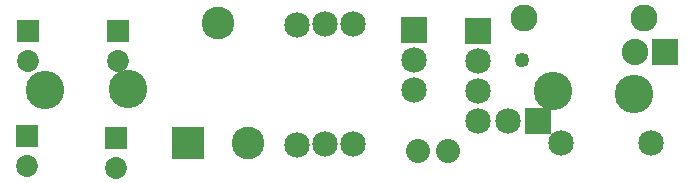
<source format=gbs>
G04 MADE WITH FRITZING*
G04 WWW.FRITZING.ORG*
G04 DOUBLE SIDED*
G04 HOLES PLATED*
G04 CONTOUR ON CENTER OF CONTOUR VECTOR*
%ASAXBY*%
%FSLAX23Y23*%
%MOIN*%
%OFA0B0*%
%SFA1.0B1.0*%
%ADD10C,0.088000*%
%ADD11C,0.128110*%
%ADD12C,0.049370*%
%ADD13C,0.072992*%
%ADD14C,0.085000*%
%ADD15C,0.109000*%
%ADD16C,0.080000*%
%ADD17C,0.090000*%
%ADD18R,0.088000X0.088000*%
%ADD19R,0.072992X0.072992*%
%ADD20R,0.085000X0.085000*%
%ADD21R,0.109000X0.109000*%
%LNMASK0*%
G90*
G70*
G54D10*
X2265Y484D03*
X2165Y484D03*
G54D11*
X476Y360D03*
X200Y358D03*
X2163Y344D03*
X1893Y353D03*
G54D12*
X1788Y457D03*
G54D13*
X434Y196D03*
X434Y98D03*
X143Y554D03*
X143Y455D03*
G54D14*
X1643Y255D03*
X1743Y255D03*
X1843Y255D03*
X1919Y179D03*
X2219Y179D03*
G54D15*
X876Y180D03*
X676Y180D03*
X776Y580D03*
G54D14*
X1038Y173D03*
X1038Y573D03*
X1225Y178D03*
X1225Y578D03*
X1429Y358D03*
X1429Y458D03*
X1429Y558D03*
X1132Y178D03*
X1132Y578D03*
G54D16*
X1443Y155D03*
X1543Y155D03*
G54D14*
X1643Y355D03*
X1643Y455D03*
X1643Y555D03*
G54D17*
X1794Y598D03*
X2194Y598D03*
G54D13*
X140Y203D03*
X140Y104D03*
X443Y554D03*
X443Y455D03*
G54D18*
X2265Y484D03*
G54D19*
X434Y196D03*
X143Y554D03*
G54D20*
X1843Y255D03*
G54D21*
X676Y180D03*
G54D20*
X1429Y558D03*
X1643Y555D03*
G54D19*
X140Y203D03*
X443Y554D03*
G04 End of Mask0*
M02*
</source>
